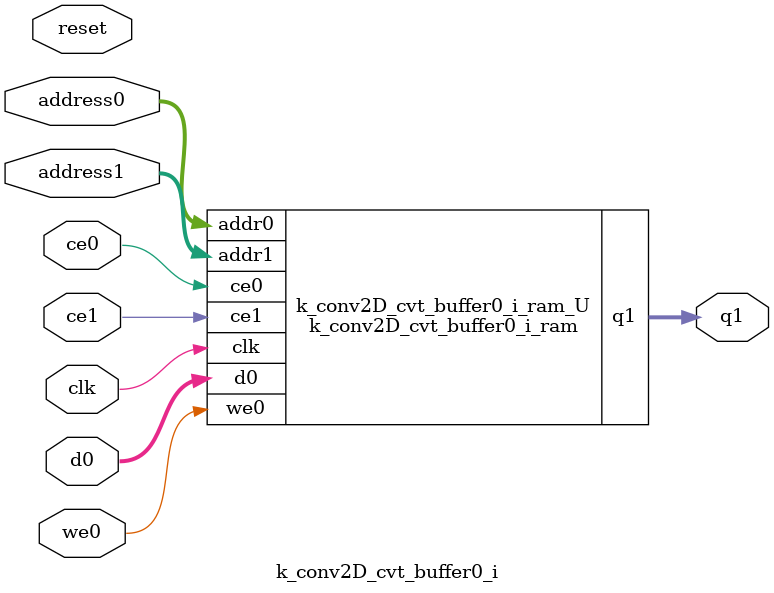
<source format=v>
`timescale 1 ns / 1 ps
module k_conv2D_cvt_buffer0_i_ram (addr0, ce0, d0, we0, addr1, ce1, q1,  clk);

parameter DWIDTH = 128;
parameter AWIDTH = 9;
parameter MEM_SIZE = 258;

input[AWIDTH-1:0] addr0;
input ce0;
input[DWIDTH-1:0] d0;
input we0;
input[AWIDTH-1:0] addr1;
input ce1;
output reg[DWIDTH-1:0] q1;
input clk;

reg [DWIDTH-1:0] ram[0:MEM_SIZE-1];




always @(posedge clk)  
begin 
    if (ce0) begin
        if (we0) 
            ram[addr0] <= d0; 
    end
end


always @(posedge clk)  
begin 
    if (ce1) begin
        q1 <= ram[addr1];
    end
end


endmodule

`timescale 1 ns / 1 ps
module k_conv2D_cvt_buffer0_i(
    reset,
    clk,
    address0,
    ce0,
    we0,
    d0,
    address1,
    ce1,
    q1);

parameter DataWidth = 32'd128;
parameter AddressRange = 32'd258;
parameter AddressWidth = 32'd9;
input reset;
input clk;
input[AddressWidth - 1:0] address0;
input ce0;
input we0;
input[DataWidth - 1:0] d0;
input[AddressWidth - 1:0] address1;
input ce1;
output[DataWidth - 1:0] q1;



k_conv2D_cvt_buffer0_i_ram k_conv2D_cvt_buffer0_i_ram_U(
    .clk( clk ),
    .addr0( address0 ),
    .ce0( ce0 ),
    .we0( we0 ),
    .d0( d0 ),
    .addr1( address1 ),
    .ce1( ce1 ),
    .q1( q1 ));

endmodule


</source>
